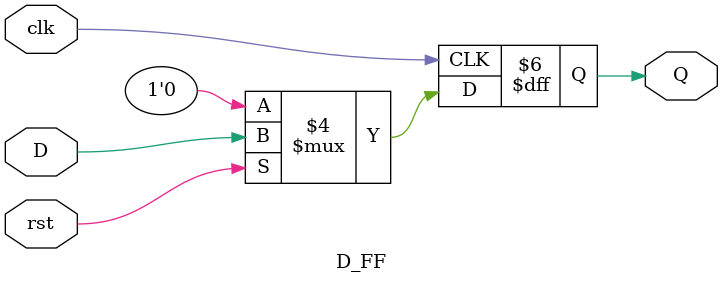
<source format=v>
`timescale 1ns / 1ps
module D_FF(
    input D,
    input clk,
    input rst,
    output reg Q
    );
always@(posedge clk)
if(!rst)
Q<=1'b0;
else
Q<=D;

endmodule

</source>
